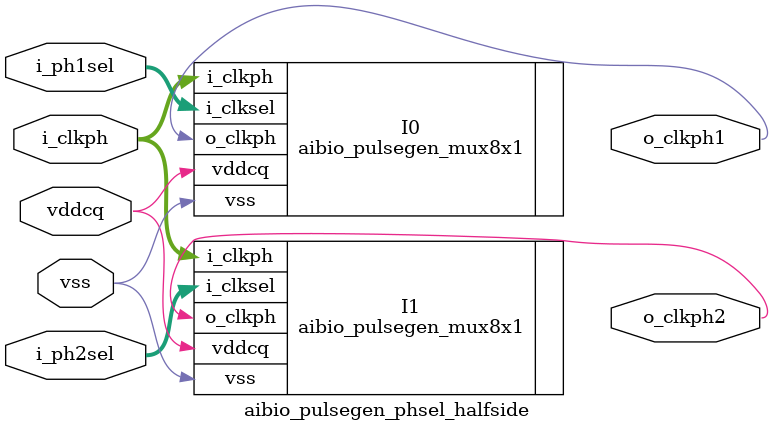
<source format=sv>
`timescale 1ps/1fs

module aibio_pulsegen_phsel_halfside
		(
		//---------Supply pins----------//
		input vddcq,
		input vss,
		//--------Input pins-----------//
		input [7:0]i_clkph,
		input [2:0]i_ph1sel,
		input [2:0]i_ph2sel,
		//--------Output pins---------//
		output o_clkph1,
		output o_clkph2
		);

aibio_pulsegen_mux8x1 I0
		(
		.vddcq(vddcq),
		.vss(vss),
		.i_clkph(i_clkph),
		.i_clksel(i_ph1sel),
		.o_clkph(o_clkph1)
		);

aibio_pulsegen_mux8x1 I1
		(
		.vddcq(vddcq),
		.vss(vss),
		.i_clkph(i_clkph),
		.i_clksel(i_ph2sel),
		.o_clkph(o_clkph2)
		);

endmodule


</source>
